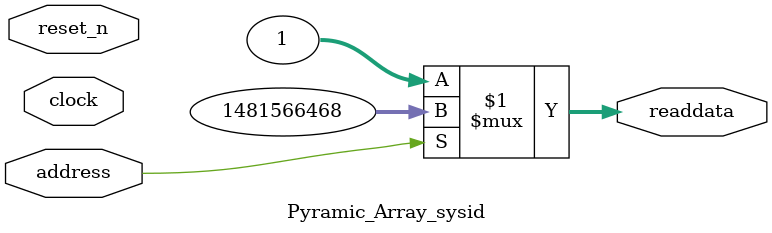
<source format=v>



// synthesis translate_off
`timescale 1ns / 1ps
// synthesis translate_on

// turn off superfluous verilog processor warnings 
// altera message_level Level1 
// altera message_off 10034 10035 10036 10037 10230 10240 10030 

module Pyramic_Array_sysid (
               // inputs:
                address,
                clock,
                reset_n,

               // outputs:
                readdata
             )
;

  output  [ 31: 0] readdata;
  input            address;
  input            clock;
  input            reset_n;

  wire    [ 31: 0] readdata;
  //control_slave, which is an e_avalon_slave
  assign readdata = address ? 1481566468 : 1;

endmodule



</source>
